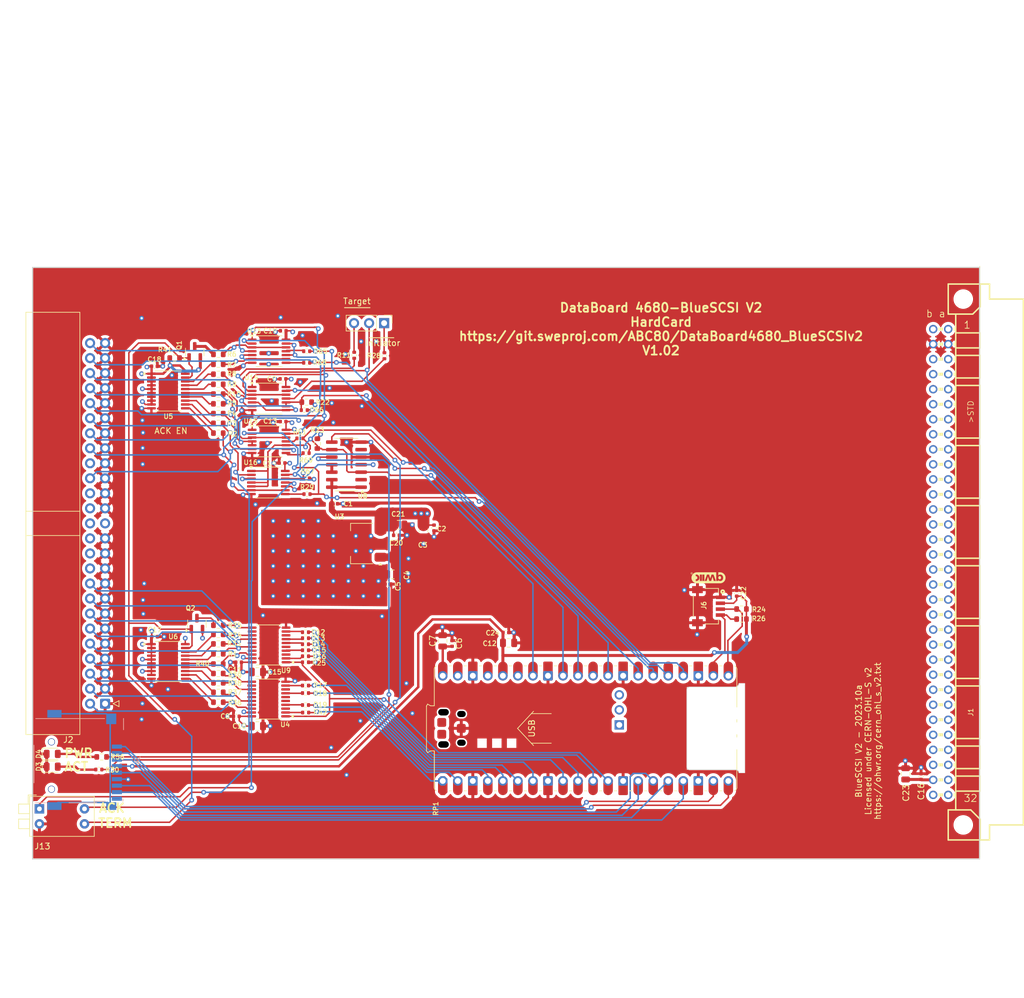
<source format=kicad_pcb>
(kicad_pcb
	(version 20241229)
	(generator "pcbnew")
	(generator_version "9.0")
	(general
		(thickness 1.6)
		(legacy_teardrops no)
	)
	(paper "A4")
	(title_block
		(title "4680-BlueSCSI V2")
		(date "2025-01-24")
		(rev "1.02")
		(company "SweProj.com")
	)
	(layers
		(0 "F.Cu" signal)
		(4 "In1.Cu" signal)
		(6 "In2.Cu" signal)
		(2 "B.Cu" signal)
		(9 "F.Adhes" user "F.Adhesive")
		(11 "B.Adhes" user "B.Adhesive")
		(13 "F.Paste" user)
		(15 "B.Paste" user)
		(5 "F.SilkS" user "F.Silkscreen")
		(7 "B.SilkS" user "B.Silkscreen")
		(1 "F.Mask" user)
		(3 "B.Mask" user)
		(17 "Dwgs.User" user "User.Drawings")
		(19 "Cmts.User" user "User.Comments")
		(21 "Eco1.User" user "User.Eco1")
		(23 "Eco2.User" user "User.Eco2")
		(25 "Edge.Cuts" user)
		(27 "Margin" user)
		(31 "F.CrtYd" user "F.Courtyard")
		(29 "B.CrtYd" user "B.Courtyard")
		(35 "F.Fab" user)
		(33 "B.Fab" user)
	)
	(setup
		(stackup
			(layer "F.SilkS"
				(type "Top Silk Screen")
			)
			(layer "F.Paste"
				(type "Top Solder Paste")
			)
			(layer "F.Mask"
				(type "Top Solder Mask")
				(thickness 0.01)
			)
			(layer "F.Cu"
				(type "copper")
				(thickness 0.035)
			)
			(layer "dielectric 1"
				(type "prepreg")
				(thickness 0.1)
				(material "FR4")
				(epsilon_r 4.5)
				(loss_tangent 0.02)
			)
			(layer "In1.Cu"
				(type "copper")
				(thickness 0.035)
			)
			(layer "dielectric 2"
				(type "core")
				(thickness 1.24)
				(material "FR4")
				(epsilon_r 4.5)
				(loss_tangent 0.02)
			)
			(layer "In2.Cu"
				(type "copper")
				(thickness 0.035)
			)
			(layer "dielectric 3"
				(type "prepreg")
				(thickness 0.1)
				(material "FR4")
				(epsilon_r 4.5)
				(loss_tangent 0.02)
			)
			(layer "B.Cu"
				(type "copper")
				(thickness 0.035)
			)
			(layer "B.Mask"
				(type "Bottom Solder Mask")
				(thickness 0.01)
			)
			(layer "B.Paste"
				(type "Bottom Solder Paste")
			)
			(layer "B.SilkS"
				(type "Bottom Silk Screen")
			)
			(copper_finish "None")
			(dielectric_constraints no)
		)
		(pad_to_mask_clearance 0)
		(allow_soldermask_bridges_in_footprints no)
		(tenting front back)
		(aux_axis_origin 100 63.8)
		(pcbplotparams
			(layerselection 0x00000000_00000000_55555555_5755f5ff)
			(plot_on_all_layers_selection 0x00000000_00000000_00000000_00000000)
			(disableapertmacros no)
			(usegerberextensions no)
			(usegerberattributes yes)
			(usegerberadvancedattributes yes)
			(creategerberjobfile yes)
			(dashed_line_dash_ratio 12.000000)
			(dashed_line_gap_ratio 3.000000)
			(svgprecision 6)
			(plotframeref no)
			(mode 1)
			(useauxorigin no)
			(hpglpennumber 1)
			(hpglpenspeed 20)
			(hpglpendiameter 15.000000)
			(pdf_front_fp_property_popups yes)
			(pdf_back_fp_property_popups yes)
			(pdf_metadata yes)
			(pdf_single_document no)
			(dxfpolygonmode yes)
			(dxfimperialunits yes)
			(dxfusepcbnewfont yes)
			(psnegative no)
			(psa4output no)
			(plot_black_and_white yes)
			(sketchpadsonfab no)
			(plotpadnumbers no)
			(hidednponfab no)
			(sketchdnponfab yes)
			(crossoutdnponfab yes)
			(subtractmaskfromsilk no)
			(outputformat 1)
			(mirror no)
			(drillshape 0)
			(scaleselection 1)
			(outputdirectory "gerber")
		)
	)
	(net 0 "")
	(net 1 "GND")
	(net 2 "+2V8")
	(net 3 "+5V")
	(net 4 "iATN")
	(net 5 "oIO")
	(net 6 "oREQ")
	(net 7 "oSEL")
	(net 8 "oBSY")
	(net 9 "SD_CLK")
	(net 10 "oCD_iSEL")
	(net 11 "ATN")
	(net 12 "BSY")
	(net 13 "DBP")
	(net 14 "ACK")
	(net 15 "RST")
	(net 16 "MSG")
	(net 17 "SEL")
	(net 18 "CD")
	(net 19 "REQ")
	(net 20 "IO")
	(net 21 "DB7")
	(net 22 "DB6")
	(net 23 "DB5")
	(net 24 "DB4")
	(net 25 "DB3")
	(net 26 "DB2")
	(net 27 "DB1")
	(net 28 "DB0")
	(net 29 "+3V3")
	(net 30 "oMSG_iBSY")
	(net 31 "+5F")
	(net 32 "SD_CMD_MOSI")
	(net 33 "DB4T")
	(net 34 "DB5T")
	(net 35 "DB6T")
	(net 36 "DB7T")
	(net 37 "DBPT")
	(net 38 "DB0T")
	(net 39 "DB1T")
	(net 40 "DB3T")
	(net 41 "DB2T")
	(net 42 "SD_D0_MISO")
	(net 43 "DBPTr")
	(net 44 "Net-(D3-A)")
	(net 45 "Net-(D4-A)")
	(net 46 "SD_D1")
	(net 47 "SD_D2")
	(net 48 "unconnected-(J2-Pin_22-Pad22)")
	(net 49 "unconnected-(J2-Pin_20-Pad20)")
	(net 50 "unconnected-(J2-Pin_25-Pad25)")
	(net 51 "SD_D3_CS")
	(net 52 "iRST")
	(net 53 "unconnected-(J2-Pin_24-Pad24)")
	(net 54 "iACK")
	(net 55 "unconnected-(J2-Pin_30-Pad30)")
	(net 56 "unconnected-(J2-Pin_28-Pad28)")
	(net 57 "unconnected-(J2-Pin_34-Pad34)")
	(net 58 "SCL")
	(net 59 "iSEL")
	(net 60 "TRM_ON_J")
	(net 61 "unconnected-(J4-SHIELD-Pad10)")
	(net 62 "unconnected-(J4-CD-Pad9)")
	(net 63 "unconnected-(U8-Pad2)")
	(net 64 "Net-(J10-Pin_3)")
	(net 65 "Net-(J10-Pin_1)")
	(net 66 "Net-(R56-Pad1)")
	(net 67 "Net-(U8-Pad11)")
	(net 68 "Net-(Q1-D)")
	(net 69 "iBSY")
	(net 70 "iCD")
	(net 71 "iMSG")
	(net 72 "iIO")
	(net 73 "oACK")
	(net 74 "iREQ")
	(net 75 "SDA")
	(net 76 "Net-(Q2-D)")
	(net 77 "Net-(U5-B8)")
	(net 78 "Net-(U5-B7)")
	(net 79 "Net-(U5-B6)")
	(net 80 "Net-(U5-B5)")
	(net 81 "Net-(U5-B1)")
	(net 82 "Net-(U5-B2)")
	(net 83 "Net-(U5-B3)")
	(net 84 "Net-(U5-B4)")
	(net 85 "Net-(RP1-G8)")
	(net 86 "Net-(RP1-G7)")
	(net 87 "Net-(RP1-G6)")
	(net 88 "Net-(RP1-G5)")
	(net 89 "Net-(RP1-G4)")
	(net 90 "Net-(RP1-G3)")
	(net 91 "!oBSY")
	(net 92 "Net-(RP1-G2)")
	(net 93 "Net-(RP1-G1)")
	(net 94 "Net-(RP1-G0)")
	(net 95 "Net-(RP1-G28)")
	(net 96 "unconnected-(RP1-ADC_VREF-Pad35)")
	(net 97 "unconnected-(RP1-3v3_EN-Pad37)")
	(net 98 "unconnected-(RP1-VSYS-Pad39)")
	(net 99 "unconnected-(RP1-RUN-Pad30)")
	(net 100 "unconnected-(U4-B5-Pad14)")
	(net 101 "unconnected-(U4-A5-Pad6)")
	(net 102 "USB_DM")
	(net 103 "USB_DP")
	(net 104 "ACKDr")
	(net 105 "Net-(R30-Pad1)")
	(net 106 "unconnected-(U8-Pad6)")
	(net 107 "unconnected-(U4-A2-Pad3)")
	(net 108 "unconnected-(U4-B4-Pad15)")
	(net 109 "unconnected-(U4-A7-Pad8)")
	(net 110 "unconnected-(U4-B2-Pad17)")
	(net 111 "unconnected-(U4-B7-Pad12)")
	(net 112 "unconnected-(U4-A4-Pad5)")
	(net 113 "unconnected-(U9-B7-Pad12)")
	(net 114 "unconnected-(U9-B4-Pad15)")
	(net 115 "unconnected-(U9-A2-Pad3)")
	(net 116 "unconnected-(U9-A7-Pad8)")
	(net 117 "unconnected-(U9-A4-Pad5)")
	(net 118 "unconnected-(U9-B2-Pad17)")
	(net 119 "unconnected-(J1-Pin_b9-PadB9)")
	(net 120 "unconnected-(J1-Pin_a26-PadA26)")
	(net 121 "unconnected-(J1-Pin_b18-PadB18)")
	(net 122 "unconnected-(J1-Pin_b4-PadB4)")
	(net 123 "unconnected-(J1-Pin_a28-PadA28)")
	(net 124 "unconnected-(J1-Pin_b3-PadB3)")
	(net 125 "unconnected-(J1-Pin_a19-PadA19)")
	(net 126 "unconnected-(J1-Pin_a8-PadA8)")
	(net 127 "unconnected-(J1-Pin_a17-PadA17)")
	(net 128 "unconnected-(J1-Pin_a9-PadA9)")
	(net 129 "unconnected-(J1-Pin_a22-PadA22)")
	(net 130 "unconnected-(J1-Pin_a30-PadA30)")
	(net 131 "unconnected-(J1-Pin_b12-PadB12)")
	(net 132 "unconnected-(J1-Pin_b23-PadB23)")
	(net 133 "unconnected-(J1-Pin_a27-PadA27)")
	(net 134 "unconnected-(J1-Pin_b11-PadB11)")
	(net 135 "unconnected-(J1-Pin_a5-PadA5)")
	(net 136 "unconnected-(J1-Pin_a3-PadA3)")
	(net 137 "unconnected-(J1-Pin_a10-PadA10)")
	(net 138 "unconnected-(J1-Pin_a4-PadA4)")
	(net 139 "unconnected-(J1-Pin_a13-PadA13)")
	(net 140 "unconnected-(J1-Pin_b26-PadB26)")
	(net 141 "unconnected-(J1-Pin_b20-PadB20)")
	(net 142 "unconnected-(J1-Pin_b22-PadB22)")
	(net 143 "unconnected-(J1-Pin_b28-PadB28)")
	(net 144 "unconnected-(J1-Pin_a15-PadA15)")
	(net 145 "unconnected-(J1-Pin_b19-PadB19)")
	(net 146 "unconnected-(J1-Pin_a7-PadA7)")
	(net 147 "unconnected-(J1-Pin_b6-PadB6)")
	(net 148 "unconnected-(J1-Pin_a12-PadA12)")
	(net 149 "unconnected-(J1-Pin_b25-PadB25)")
	(net 150 "unconnected-(J1-Pin_b30-PadB30)")
	(net 151 "unconnected-(J1-Pin_b1-PadB1)")
	(net 152 "unconnected-(J1-Pin_b21-PadB21)")
	(net 153 "unconnected-(J1-Pin_a25-PadA25)")
	(net 154 "unconnected-(J1-Pin_b29-PadB29)")
	(net 155 "unconnected-(J1-Pin_b17-PadB17)")
	(net 156 "unconnected-(J1-Pin_b7-PadB7)")
	(net 157 "unconnected-(J1-Pin_a18-PadA18)")
	(net 158 "unconnected-(J1-Pin_a20-PadA20)")
	(net 159 "unconnected-(J1-Pin_b15-PadB15)")
	(net 160 "unconnected-(J1-Pin_b32-PadB32)")
	(net 161 "unconnected-(J1-Pin_b8-PadB8)")
	(net 162 "unconnected-(J1-Pin_a6-PadA6)")
	(net 163 "unconnected-(J1-Pin_a23-PadA23)")
	(net 164 "unconnected-(J1-Pin_b27-PadB27)")
	(net 165 "unconnected-(J1-Pin_a1-PadA1)")
	(net 166 "unconnected-(J1-Pin_b13-PadB13)")
	(net 167 "unconnected-(J1-Pin_b16-PadB16)")
	(net 168 "unconnected-(J1-Pin_a14-PadA14)")
	(net 169 "unconnected-(J1-Pin_b5-PadB5)")
	(net 170 "unconnected-(J1-Pin_a32-PadA32)")
	(net 171 "unconnected-(J1-Pin_b10-PadB10)")
	(net 172 "unconnected-(J1-Pin_a16-PadA16)")
	(net 173 "unconnected-(J1-Pin_b14-PadB14)")
	(net 174 "unconnected-(J1-Pin_a11-PadA11)")
	(net 175 "unconnected-(J1-Pin_a21-PadA21)")
	(net 176 "unconnected-(J1-Pin_b24-PadB24)")
	(net 177 "unconnected-(J1-Pin_a29-PadA29)")
	(net 178 "unconnected-(J1-Pin_a24-PadA24)")
	(net 179 "Net-(U6-B3)")
	(net 180 "Net-(U6-B2)")
	(net 181 "Net-(U6-B1)")
	(net 182 "Net-(U6-B8)")
	(net 183 "Net-(U6-B7)")
	(net 184 "Net-(U6-B6)")
	(net 185 "Net-(U6-B5)")
	(net 186 "Net-(U6-B4)")
	(net 187 "unconnected-(RP1-ADC_VREF-Pad35)_1")
	(net 188 "unconnected-(RP1-VSYS-Pad39)_1")
	(net 189 "unconnected-(RP1-3v3_EN-Pad37)_1")
	(net 190 "unconnected-(RP1-RUN-Pad30)_1")
	(footprint "Capacitor_SMD:C_0805_2012Metric" (layer "F.Cu") (at 146.05 104.521 -90))
	(footprint "Capacitor_SMD:C_0805_2012Metric" (layer "F.Cu") (at 140.848 111.887))
	(footprint "Package_TO_SOT_SMD:SOT-223-3_TabPin2" (layer "F.Cu") (at 135.636 106.68 180))
	(footprint "Capacitor_SMD:C_0402_1005Metric" (layer "F.Cu") (at 131.036 99.949))
	(footprint "Capacitor_SMD:C_0402_1005Metric" (layer "F.Cu") (at 147.828 104.041 -90))
	(footprint "Capacitor_SMD:C_0402_1005Metric" (layer "F.Cu") (at 140.053 113.538))
	(footprint "Capacitor_SMD:C_0805_2012Metric" (layer "F.Cu") (at 160.4264 123.4694))
	(footprint "Resistor_SMD:R_0402_1005Metric" (layer "F.Cu") (at 126.1384 135.255 180))
	(footprint "Resistor_SMD:R_0603_1608Metric" (layer "F.Cu") (at 91.6686 142.748 180))
	(footprint "Resistor_SMD:R_0402_1005Metric" (layer "F.Cu") (at 125.9078 84.1248 180))
	(footprint "Resistor_SMD:R_0402_1005Metric" (layer "F.Cu") (at 91.186 144.8816 180))
	(footprint "Package_TO_SOT_SMD:SOT-23" (layer "F.Cu") (at 107.3912 74.2927 90))
	(footprint "Resistor_SMD:R_0603_1608Metric" (layer "F.Cu") (at 111.3793 128.6486))
	(footprint "Capacitor_SMD:C_0402_1005Metric" (layer "F.Cu") (at 100.612 122.428))
	(footprint "Resistor_SMD:R_0402_1005Metric" (layer "F.Cu") (at 126.113 125.73 180))
	(footprint "Resistor_SMD:R_0603_1608Metric" (layer "F.Cu") (at 111.379 84.709))
	(footprint "Capacitor_SMD:C_0402_1005Metric" (layer "F.Cu") (at 230.124 146.078 -90))
	(footprint "Resistor_SMD:R_0603_1608Metric" (layer "F.Cu") (at 199.788741 117.752345))
	(footprint "Resistor_SMD:R_0402_1005Metric" (layer "F.Cu") (at 126.2614 95.6564))
	(footprint "Connector_IDC:IDC-Header_2x25_P2.54mm_Horizontal" (layer "F.Cu") (at 92.25 133.75 180))
	(footprint "Resistor_SMD:R_0603_1608Metric" (layer "F.Cu") (at 111.3793 123.6448))
	(footprint "Package_SO:TSSOP-20_4.4x6.5mm_P0.65mm" (layer "F.Cu") (at 102.9385 80.895))
	(footprint "Resistor_SMD:R_0603_1608Metric" (layer "F.Cu") (at 111.3831 133.5))
	(footprint "Resistor_SMD:R_0603_1608Metric" (layer "F.Cu") (at 111.379 83.058))
	(footprint "Package_SO:TSSOP-14_4.4x5mm_P0.65mm" (layer "F.Cu") (at 119.9565 82.169))
	(footprint "BlackSASI:FAB64Q"
		(layer "F.Cu")
		(uuid "26208410-b861-443a-96ab-4be8c1b4e911")
		(at 237.25 109.8)
		(descr "<b>DIN 41612 CONNECTOR</b>\n<p>\nMale, 64 pins, type B, rows ab, grid 2.54 mm<br />\nFemale, 64 bits, type Q, rows ab, grid 2.54 mm<br />\nB mates with Q, but pin numbers reversed\n</p>")
		(property "Reference" "J1"
			(at 1.27 25.4 90)
			(layer "F.SilkS")
			(uuid "13087239-ed6a-43c7-b15a-24cec44e09eb")
			(effects
				(font
					(size 0.8 0.8)
					(thickness 0.12065)
				)
			)
		)
		(property "Value" "Conn_02x32_Row_Letter_First"
			(at 1.27 5.1054 90)
			(layer "F.Fab")
			(uuid "6247e465-381f-4619-8f0a-f9e43208278e")
			(effects
				(font
					(size 1.2065 1.2065)
					(thickness 0.12065)
				)
			)
		)
		(property "Datasheet" ""
			(at 0 0 0)
			(layer "F.Fab")
			(hide yes)
			(uuid "20ec8b47-169f-427a-a1cf-5fdfef213965")
			(effects
				(font
					(size 1.27 1.27)
					(thickness 0.15)
				)
			)
		)
		(property "Description" "Generic connector, double row, 02x32, row letter first pin numbering scheme (pin number consists of a letter for the row and a number for the pin index in this row. a1, ..., aN; b1, ..., bN), script generated (kicad-library-utils/schlib/autogen/connector/)"
			(at 0 0 0)
			(layer "F.Fab")
			(hide yes)
			(uuid "f08dad7b-b8e7-42e9-9ba5-c348c261e890")
			(effects
				(font
					(size 1.27 1.27)
					(thickness 0.15)
				)
			)
		)
		(property "JLC Part#" ""
			(at 0 0 0)
			(unlocked yes)
			(layer "F.Fab")
			(hide yes)
			(uuid "19db3a7e-b123-427f-a3fd-8724e1b058f8")
			(effects
				(font
					(size 1 1)
					(thickness 0.15)
				)
			)
		)
		(property ki_fp_filters "Connector*:*_2x??_*")
		(path "/f03a5fc0-9798-4033-842c-4371c8fa3a63/0da800b7-5ded-4613-a609-6dc6dede600b")
		(sheetname "SCSI_And_Power")
		(sheetfile "SCSI_And_Power.kicad_sch")
		(attr through_hole)
		(fp_line
			(start -2.54 -46.99)
			(end -2.54 -41.91)
			(stroke
				(width 0.254)
				(type solid)
			)
			(layer "F.SilkS")
			(uuid "7fe355ae-2b60-419b-8ca9-7b773909a919")
		)
		(fp_line
			(start -2.54 -41.91)
			(end -1.27 -41.91)
			(stroke
				(width 0.254)
				(type solid)
			)
			(layer "F.SilkS")
			(uuid "ca1eea0f-6eec-4e05-80d6-f9e06a356ad1")
		)
		(fp_line
			(start -2.54 41.91)
			(end -2.54 46.99)
			(stroke
				(width 0.254)
				(type solid)
			)
			(layer "F.SilkS")
			(uuid "747409f7-f7e6-403b-8eb1-5e72662ec4c1")
		)
		(fp_line
			(start -2.54 41.91)
			(end -1.27 41.91)
			(stroke
				(width 0.254)
				(type solid)
			)
			(layer "F.SilkS")
			(uuid "9d42bcf1-305e-4df9-9642-4a9807f0269d")
		)
		(fp_line
			(start -2.54 46.99)
			(end 2.8702 46.99)
			(stroke
				(width 0.254)
				(type solid)
			)
			(layer "F.SilkS")
			(uuid "3e519f2c-1d97-4dc1-b426-e217a2f6715a")
		)
		(fp_line
			(start -1.27 -41.91)
			(end -1.27 -38.735)
			(stroke
				(width 0.254)
				(type solid)
			)
			(layer "F.SilkS")
			(uuid "c29f44a0-7057-40a5-8b1b-3f708fc410d9")
		)
		(fp_line
			(start -1.27 -41.91)
			(end 1.6002 -41.91)
			(stroke
				(width 0.254)
				(type solid)
			)
			(layer "F.SilkS")
			(uuid "5e33f08f-357a-45af-be65-18a5f560d149")
		)
		(fp_line
			(start -1.27 -38.735)
			(end -1.27 -36.195)
			(stroke
				(width 0.254)
				(type solid)
			)
			(layer "F.SilkS")
			(uuid "a8d1c501-979d-45c0-a2d5-c4c5b1bffe42")
		)
		(fp_line
			(start -1.27 -36.195)
			(end -1.27 -34.925)
			(stroke
				(width 0.254)
				(type solid)
			)
			(layer "F.SilkS")
			(uuid "f1031821-08fa-43c6-a8ec-9ad6491f88ee")
		)
		(fp_line
			(start -1.27 -34.925)
			(end -1.27 -31.115)
			(stroke
				(width 0.254)
				(type solid)
			)
			(layer "F.SilkS")
			(uuid "9a4aa2cb-8636-47b9-9dc5-22e90707da90")
		)
		(fp_line
			(start -1.27 -31.115)
			(end -1.27 -29.845)
			(stroke
				(width 0.254)
				(type solid)
			)
			(layer "F.SilkS")
			(uuid "14b5d4bd-ef60-445b-9e3a-ff45b7e111f5")
		)
		(fp_line
			(start -1.27 -29.845)
			(end -1.27 -20.955)
			(stroke
				(width 0.254)
				(type solid)
			)
			(layer "F.SilkS")
			(uuid "020b770c-6288-4c35-a64d-cff6006c4bd6")
		)
		(fp_line
			(start -1.27 -20.955)
			(end -1.27 -19.685)
			(stroke
				(width 0.254)
				(type solid)
			)
			(layer "F.SilkS")
			(uuid "2a344c93-ff9a-4149-8601-597681d1c130")
		)
		(fp_line
			(start -1.27 -19.685)
			(end -1.27 -10.795)
			(stroke
				(width 0.254)
				(type solid)
			)
			(layer "F.SilkS")
			(uuid "3551ea3d-4a5a-4e7a-a9d1-e6cead56cfad")
		)
		(fp_line
			(start -1.27 -10.795)
			(end -1.27 -9.525)
			(stroke
				(width 0.254)
				(type solid)
			)
			(layer "F.SilkS")
			(uuid "c742c6fa-fe37-41fd-aa9c-94d9784ff366")
		)
		(fp_line
			(start -1.27 -9.525)
			(end -1.27 -0.635)
			(stroke
				(width 0.254)
				(type solid)
			)
			(layer "F.SilkS")
			(uuid "40802b4a-bde8-4270-b283-d48de14e2940")
		)
		(fp_line
			(start -1.27 -0.635)
			(end -1.27 0.635)
			(stroke
				(width 0.254)
				(type solid)
			)
			(layer "F.SilkS")
			(uuid "7e5e78a6-db3e-4d72-adea-da016d8b50b7")
		)
		(fp_line
			(start -1.27 0.635)
			(end -1.27 9.525)
			(stroke
				(width 0.254)
				(type solid)
			)
			(layer "F.SilkS")
			(uuid "ea9317b7-fbb6-45ef-9734-2d7e2d0c1c4b")
		)
		(fp_line
			(start -1.27 9.525)
			(end -1.27 10.795)
			(stroke
				(width 0.254)
				(type solid)
			)
			(layer "F.SilkS")
			(uuid "6ef6cc35-22ff-456b-b5ca-3e8989abc4aa")
		)
		(fp_line
			(start -1.27 10.795)
			(end -1.27 19.685)
			(stroke
				(width 0.254)
				(type solid)
			)
			(layer "F.SilkS")
			(uuid "c0acbf16-6105-4222-82c0-f139af1464df")
		)
		(fp_line
			(start -1.27 19.685)
			(end -1.27 20.955)
			(stroke
				(width 0.254)
				(type solid)
			)
			(layer "F.SilkS")
			(uuid "ca96b7e3-84a6-425e-99c0-0ce1c647a6e8")
		)
		(fp_line
			(start -1.27 20.955)
			(end -1.27 29.845)
			(stroke
				(width 0.254)
				(type solid)
			)
			(layer "F.SilkS")
			(uuid "330dbb8a-4b18-4a61-a1f3-037b91e215dc")
		)
		(fp_line
			(start -1.27 29.845)
			(end -1.27 31.115)
			(stroke
				(width 0.254)
				(type solid)
			)
			(layer "F.SilkS")
			(uuid "5fdf6a28-2b27-4159-81b7-ece58a025484")
		)
		(fp_line
			(start -1.27 31.115)
			(end -1.27 34.925)
			(stroke
				(width 0.254)
				(type solid)
			)
			(layer "F.SilkS")
			(uuid "a8229095-8e57-453a-8daa-5478505adf88")
		)
		(fp_line
			(start -1.27 34.925)
			(end -1.27 36.195)
			(stroke
				(width 0.254)
				(type solid)
			)
			(layer "F.SilkS")
			(uuid "9c3dcb23-dd18-4d3b-b295-374cc9954177")
		)
		(fp_line
			(start -1.27 36.195)
			(end -1.27 38.735)
			(stroke
				(width 0.254)
				(type solid)
			)
			(layer "F.SilkS")
			(uuid "11cd697a-6a19-477f-9092-fa42d0667cb8")
		)
		(fp_line
			(start -1.27 38.735)
			(end -1.27 41.91)
			(stroke
				(width 0.254)
				(type solid)
			)
			(layer "F.SilkS")
			(uuid "9b79be80-9070-4cf0-9b6c-38c0df5055cf")
		)
		(fp_line
			(start -1.27 41.91)
			(end 1.27 41.91)
			(stroke
				(width 0.254)
				(type solid)
			)
			(layer "F.SilkS")
			(uuid "1c46a719-d2b7-48f8-8b81-4ec08943bb79")
		)
		(fp_line
			(start 1.6002 -41.91)
			(end 2.8702 -43.18)
			(stroke
				(width 0.254)
				(type solid)
			)
			(layer "F.SilkS")
			(uuid "3c7a5e40-d751-48d1-9673-51392235952d")
		)
		(fp_line
			(start 2.794 -38.735)
			(end -1.27 -38.735)
			(stroke
				(width 0.254)
				(type solid)
			)
			(layer "F.SilkS")
			(uuid "68ca1535-9261-4efd-ad33-3c9298c72c97")
		)
		(fp_line
			(start 2.794 -38.735)
			(end 2.794 -36.195)
			(stroke
				(width 0.254)
				(type solid)
			)
			(layer "F.SilkS")
			(uuid "93d99937-4db7-46c9-a190-ef6e94f0e64e")
		)
		(fp_line
			(start 2.794 -36.195)
			(end -1.27 -36.195)
			(stroke
				(width 0.254)
				(type solid)
			)
			(layer "F.SilkS")
			(uuid "0bddc830-6382-4a58-acc2-8bbe88aedcbd")
		)
		(fp_line
			(start 2.794 -34.925)
			(end -1.27 -34.925)
			(stroke
				(width 0.254)
				(type solid)
			)
			(layer "F.SilkS")
			(uuid "55824bad-f6dc-45d6-9473-ae95904cd953")
		)
		(fp_line
			(start 2.794 -34.925)
			(end 2.794 -31.115)
			(stroke
				(width 0.254)
				(type solid)
			)
			(layer "F.SilkS")
			(uuid "013d383d-67b6-40f0-a5e6-8e72efd64702")
		)
		(fp_line
			(start 2.794 -31.115)
			(end -1.27 -31.115)
			(stroke
				(width 0.254)
				(type solid)
			)
			(layer "F.SilkS")
			(uuid "6cdb74f4-6802-4a22-b292-4f763b027661")
		)
		(fp_line
			(start 2.794 -29.845)
			(end -1.27 -29.845)
			(stroke
				(width 0.254)
				(type solid)
			)
			(layer "F.SilkS")
			(uuid "6d195c0a-c6b4-43ec-9385-cc27946e430f")
		)
		(fp_line
			(start 2.794 -29.845)
			(end 2.794 -20.955)
			(stroke
				(width 0.254)
				(type solid)
			)
			(layer "F.SilkS")
			(uuid "6c872904-2ec4-45bc-ab7f-1f7ec00fde5a")
		)
		(fp_line
			(start 2.794 -20.955)
			(end -1.27 -20.955)
			(stroke
				(width 0.254)
				(type solid)
			)
			(layer "F.SilkS")
			(uuid "689f1c0b-2b17-441f-8c9e-39f6ffbf693a")
		)
		(fp_line
			(start 2.794 -19.685)
			(end -1.27 -19.685)
			(stroke
				(width 0.254)
				(type solid)
			)
			(layer "F.SilkS")
			(uuid "24bb3102-572c-4d1c-9d25-68b2681b9739")
		)
		(fp_line
			(start 2.794 -19.685)
			(end 2.794 -10.795)
			(stroke
				(width 0.254)
				(type solid)
			)
			(layer "F.SilkS")
			(uuid "e2118888-8a24-4b1b-ab1d-84b68ac0f39a")
		)
		(fp_line
			(start 2.794 -10.795)
			(end -1.27 -10.795)
			(stroke
				(width 0.254)
				(type solid)
			)
			(layer "F.SilkS")
			(uuid "3fc71316-f997-4172-80b6-37c595c434cf")
		)
		(fp_line
			(start 2.794 -9.525)
			(end -1.27 -9.525)
			(stroke
				(width 0.254)
				(type solid)
			)
			(layer "F.SilkS")
			(uuid "61ccc254-1e50-4750-8b03-738a1ac652a4")
		)
		(fp_line
			(start 2.794 -9.525)
			(end 2.794 -0.635)
			(stroke
				(width 0.254)
				(type solid)
			)
			(layer "F.SilkS")
			(uuid "52a6bcc5-3aaf-4952-bad4-efc5c1b55344")
		)
		(fp_line
			(start 2.794 -0.635)
			(end -1.27 -0.635)
			(stroke
				(width 0.254)
				(type solid)
			)
			(layer "F.SilkS")
			(uuid "e83e3a9f-7c28-4fec-b426-63f479d77671")
		)
		(fp_line
			(start 2.794 0.635)
			(end -1.27 0.635)
			(stroke
				(width 0.254)
				(type solid)
			)
			(layer "F.SilkS")
			(uuid "92a2884d-a2bf-4eb4-a201-06aa63c126de")
		)
		(fp_line
			(start 2.794 0.635)
			(end 2.794 9.525)
			(stroke
				(width 0.254)
				(type solid)
			)
			(layer "F.SilkS")
			(uuid "b8574c7f-c44e-4fec-a696-ff4dbee517b5")
		)
		(fp_line
			(start 2.794 9.525)
			(end -1.27 9.525)
			(stroke
				(width 0.254)
				(type solid)
			)
			(layer "F.SilkS")
			(uuid "c46228b6-7b29-4579-a7ee-4c8152738428")
		)
		(fp_line
			(start 2.794 10.795)
			(end -1.27 10.795)
			(stroke
				(width 0.254)
				(type solid)
			)
			(layer "F.SilkS")
			(uuid "de80f79b-4205-4091-8116-30e6df6c0c1a")
		)
		(fp_line
			(start 2.794 10.795)
			(end 2.794 19.685)
			(stroke
				(width 0.254)
				(type solid)
			)
			(layer "F.SilkS")
			(uuid "05627e56-bbdf-4ee4-8bdb-2e5ebc14362e")
		)
		(fp_line
			(start 2.794 19.685)
			(end -1.27 19.685)
			(stroke
				(width 0.254)
				(type solid)
			)
			(layer "F.SilkS")
			(uuid "2b1fe4c1-610a-4cf2-8968-98e3f8f2297e")
		)
		(fp_line
			(start 2.794 20.955)
			(end -1.27 20.955)
			(stroke
				(width 0.254)
				(type solid)
			)
			(layer "F.SilkS")
			(uuid "3e3a18aa-eed5-4fa4-a364-5f1d07cb675b")
		)
		(fp_line
			(start 2.794 20.955)
			(end 2.794 29.845)
			(stroke
				(width 0.254)
				(type solid)
			)
			(layer "F.SilkS")
			(uuid "543e681b-53f9-4210-b717-ffc7b9d635af")
		)
		(fp_line
			(start 2.794 29.845)
			(end -1.27 29.845)
			(stroke
				(width 0.254)
				(type solid)
			)
			(layer "F.SilkS")
			(uuid "e7c3cca8-c65f-4cd8-8196-7c1dfd0377d8")
		)
		(fp_line
			(start 2.794 31.115)
			(end -1.27 31.115)
			(stroke
				(width 0.254)
				(type solid)
			)
			(layer "F.SilkS")
			(uuid "9497d1cb-95d7-4aa0-a530-4be000a8cc0d")
		)
		(fp_line
			(start 2.794 31.115)
			(end 2.794 34.925)
			(stroke
				(width 0.254)
				(type solid)
			)
			(layer "F.SilkS")
			(uuid "45eb00da-c09d-473a-bd8d-3cb78bb74aa9")
		)
		(fp_line
			(start 2.794 34.925)
			(end -1.27 34.925)
			(stroke
				(width 0.254)
				(type solid)
			)
			(layer "F.SilkS")
			(uuid "e0edd9a1-59d1-44b0-bb94-d6d8239984c3")
		)
		(fp_line
			(start 2.794 36.195)
			(end -1.27 36.195)
			(stroke
				(width 0.254)
				(type solid)
			)
			(layer "F.SilkS")
			(uuid "f2896169-8e41-4390-a888-a9e7a65ef6d5")
		)
		(fp_line
			(start 2.794 36.195)
			(end 2.794 38.735)
			(stroke
				(width 0.254)
				(type solid)
			)
			(layer "F.SilkS")
			(uuid "373eec37-a790-4669-8468-ce8556bad29b")
		)
		(fp_line
			(start 2.794 38.735)
			(end -1.27 38.735)
			(stroke
				(width 0.254)
				(type solid)
			)
			(layer "F.SilkS")
			(uuid "5fe06bb1-21c5-4f09-ba32-4f43d333198b")
		)
		(fp_line
			(start 2.794 50.0126)
			(end 2.794 -50.0126)
			(stroke
				(width 0.12)
				(type solid)
			)
			(layer "F.SilkS")
			(uuid "2f6da1a4-b087-474f-899c-9c0f0d191682")
		)
		(fp_line
			(start 2.8702 -46.99)
			(end -2.54 -46.99)
			(stroke
				(width 0.254)
				(type solid)
			)
			(layer "F.SilkS")
			(uuid "e087bc04-9ed9-44d3-9eee-6b1506d90c16")
		)
		(fp_line
			(start 2.8702 -43.18)
			(end 2.8702 -46.99)
			(stroke
				(width 0.254)
				(type solid)
			)
			(layer "F.SilkS")
			(uuid "e45100a3-ad86-44da-9755-4bd83fc098a3")
		)
		(fp_line
			(start 2.8702 43.5102)
			(end 1.27 41.91)
			(stroke
				(width 0.254)
				(type solid)
			)
			(layer "F.SilkS")
			(uuid "2038847f-e0e4-4fa9-b5a7-0fa481e0c396")
		)
		(fp_line
			(start 2.8702 43.5102)
			(end 2.8702 46.99)
			(stroke
				(width 0.254)
				(type solid)
			)
			(layer "F.SilkS")
			(uuid "a7e6f98d-c6e0-4296-b20e-2e55d4ce2492")
		)
		(fp_line
			(start 2.8702 46.99)
			(end 4.445 46.99)
			(stroke
				(width 0.254)
				(type solid)
			)
			(layer "F.SilkS")
			(uuid "2e6df4de-7da2-488f-a682-d2816290f0e5")
		)
		(fp_line
			(start 4.445 -46.99)
			(end 2.8702 -46.99)
			(stroke
				(width 0.254)
				(type solid)
			)
			(layer "F.SilkS")
			(uuid "a5cff852-192d-4a28-8ee3-35be4d64236e")
		)
		(fp_line
			(start 4.445 -44.45)
			(end 4.445 -46.99)
			(stroke
				(width 0.254)
				(type solid)
			)
			(layer "F.SilkS")
			(uuid "c1ba7f98-1abb-458b-89ea-8ab8853b1e3a")
		)
		(fp_line
			(start 4.445 44.45)
			(end 10.16 44.45)
			(stroke
				(width 0.254)
				(type solid)
			)
			(layer "F.SilkS")
			(uuid "bf3a9abd-cc45-443e-b159-9c0020e2dd45")
		)
		(fp_line
			(start 4.445 46.99)
			(end 4.445 44.45)
			(stroke
				(width 0.254)
				(type solid)
			)
			(layer "F.SilkS")
			(uuid "4845cc1e-fbe1-4db1-8065-b3a59339efc6")
		)
		(fp_line
			(start 10.16 -44.45)
			(end 4.445 -44.45)
			(stroke
				(width 0.254)
				(type solid)
			)
			(layer "F.SilkS")
			(uuid "57f0b5f6-945b-433b-b255-94845596ec53")
		)
		(fp_line
			(start 10.16 44.45)
			(end 10.16 -44.45)
			(stroke
				(width 0.254)
				(type solid)
			)
			(layer "F.SilkS")
			(uuid "abc8892c-a38a-474c-9383-5712a75279f8")
		)
		(fp_circle
			(center 0 -44.45)
			(end 1.27 -44.45)
			(stroke
				(width 0.254)
				(type solid)
			)
			(fill no)
			(layer "F.SilkS")
			(uuid "0384e95f-b817-4fce-b670-596013b251c1")
		)
		(fp_circle
			(center 0 44.45)
			(end 1.27 44.45)
			(stroke
				(width 0.254)
				(type solid)
			)
			(fill no)
			(layer "F.SilkS")
			(uuid "bc197296-be97-4188-b31a-4765fffc8da7")
		)
		(fp_poly
			(pts
				(xy -4.191 -39.116) (xy -3.429 -39.116) (xy -3.429 -39.624) (xy -4.191 -39.624)
			)
			(stroke
				(width 0)
				(type solid)
			)
			(fill yes)
			(layer "F.SilkS")
			(uuid "cfed0a5a-e5a1-4ecb-9ac3-fa0b53f6680f")
		)
		(fp_poly
			(pts
				(xy -4.191 -36.576) (xy -3.429 -36.576) (xy -3.429 -37.084) (xy -4.191 -37.084)
			)
			(stroke
				(width 0)
				(type solid)
			)
			(fill yes)
			(layer "F.SilkS")
			(uuid "fff05cc0-bc44-495a-acd4-e1c850513e5d")
		)
		(fp_poly
			(pts
				(xy -4.191 -34.036) (xy -3.429 -34.036) (xy -3.429 -34.544) (xy -4.191 -34.544)
			)
			(stroke
				(width 0)
				(type solid)
			)
			(fill yes)
			(layer "F.SilkS")
			(uuid "756bc392-a319-41f8-949a-44f46ce46f59")
		)
		(fp_poly
			(pts
				(xy -4.191 -31.496) (xy -3.429 -31.496) (xy -3.429 -32.004) (xy -4.191 -32.004)
			)
			(stroke
				(width 0)
				(type solid)
			)
			(fill yes)
			(layer "F.SilkS")
			(uuid "54c521e8-670b-4b3e-a5d6-1934970a1771")
		)
		(fp_poly
			(pts
				(xy -4.191 -28.956) (xy -3.429 -28.956) (xy -3.429 -29.464) (xy -4.191 -29.464)
			)
			(stroke
				(width 0)
				(type solid)
			)
			(fill yes)
			(layer "F.SilkS")
			(uuid "23c9f790-0f57-4ec9-8cce-601fd01800c2")
		)
		(fp_poly
			(pts
				(xy -4.191 -26.416) (xy -3.429 -26.416) (xy -3.429 -26.924) (xy -4.191 -26.924)
			)
			(stroke
				(width 0)
				(type solid)
			)
			(fill yes)
			(layer "F.SilkS")
			(uuid "4a797197-9f15-4c65-8c33-433987a8ad6e")
		)
		(fp_poly
			(pts
				(xy -4.191 -23.876) (xy -3.429 -23.876) (xy -3.429 -24.384) (xy -4.191 -24.384)
			)
			(stroke
				(width 0)
				(type solid)
			)
			(fill yes)
			(layer "F.SilkS")
			(uuid "9a598164-3961-4fa6-a42c-aae4a22bda37")
		)
		(fp_poly
			(pts
				(xy -4.191 -21.336) (xy -3.429 -21.336) (xy -3.429 -21.844) (xy -4.191 -21.844)
			)
			(stroke
				(width 0)
				(type solid)
			)
			(fill yes)
			(layer "F.SilkS")
			(uuid "b03c16e8-1399-487b-8c1a-3e40a9372f1f")
		)
		(fp_poly
			(pts
				(xy -4.191 -18.796) (xy -3.429 -18.796) (xy -3.429 -19.304) (xy -4.191 -19.304)
			)
			(stroke
				(width 0)
				(type solid)
			)
			(fill yes)
			(layer "F.SilkS")
			(uuid "5c556d2c-ea83-49a3-a433-d9915ce5722f")
		)
		(fp_poly
			(pts
				(xy -4.191 -16.256) (xy -3.429 -16.256) (xy -3.429 -16.764) (xy -4.191 -16.764)
			)
			(stroke
				(width 0)
				(type solid)
			)
			(fill yes)
			(layer "F.SilkS")
			(uuid "1ad594cd-9d37-4030-91fc-d33c511b04ad")
		)
		(fp_poly
			(pts
				(xy -4.191 -13.716) (xy -3.429 -13.716) (xy -3.429 -14.224) (xy -4.191 -14.224)
			)
			(stroke
				(width 0)
				(type solid)
			)
			(fill yes)
			(layer "F.SilkS")
			(uuid "fd6e869f-ff83-4e3d-90e2-3215758f2ba6")
		)
		(fp_poly
			(pts
				(xy -4.191 -11.176) (xy -3.429 -11.176) (xy -3.429 -11.684) (xy -4.191 -11.684)
			)
			(stroke
				(width 0)
				(type solid)
			)
			(fill yes)
			(layer "F.SilkS")
			(uuid "0df4f498-a6f0-4536-966c-94c2816936c5")
		)
		(fp_poly
			(pts
				(xy -4.191 -8.636) (xy -3.429 -8.636) (xy -3.429 -9.144) (xy -4.191 -9.144)
			)
			(stroke
				(width 0)
				(type solid)
			)
			(fill yes)
			(layer "F.SilkS")
			(uuid "ec4ab9eb-a71a-45bf-94a4-4084a4073678")
		)
		(fp_poly
			(pts
				(xy -4.191 -6.096) (xy -3.429 -6.096) (xy -3.429 -6.604) (xy -4.191 -6.604)
			)
			(stroke
				(width 0)
				(type solid)
			)
			(fill yes)
			(layer "F.SilkS")
			(uuid "46da58b4-4f1a-4336-94fb-4e57e3630de0")
		)
		(fp_poly
			(pts
				(xy -4.191 -3.556) (xy -3.429 -3.556) (xy -3.429 -4.064) (xy -4.191 -4.064)
			)
			(stroke
				(width 0)
				(type solid)
			)
			(fill yes)
			(layer "F.SilkS")
			(uuid "33c6b068-8e36-4b9b-9c97-9e20eb62cff6")
		)
		(fp_poly
			(pts
				(xy -4.191 -1.016) (xy -3.429 -1.016) (xy -3.429 -1.524) (xy -4.191 -1.524)
			)
			(stroke
				(width 0)
				(type solid)
			)
			(fill yes)
			(layer "F.SilkS")
			(uuid "b156e0ef-0309-4b15-9bda-f56a1ef37688")
		)
		(fp_poly
			(pts
				(xy -4.191 1.524) (xy -3.429 1.524) (xy -3.429 1.016) (xy -4.191 1.016)
			)
			(stroke
				(width 0)
				(type solid)
			)
			(fill yes)
			(layer "F.SilkS")
			(uuid "663b9166-8708-4062-b82f-89a4d86c247b")
		)
		(fp_poly
			(pts
				(xy -4.191 4.064) (xy -3.429 4.064) (xy -3.429 3.556) (xy -4.191 3.556)
			)
			(stroke
				(width 0)
				(type solid)
			)
			(fill yes)
			(layer "F.SilkS")
			(uuid "26ee9e88-eb4b-48a6-b3fd-20316d735a03")
		)
		(fp_poly
			(pts
				(xy -4.191 6.604) (xy -3.429 6.604) (xy -3.429 6.096) (xy -4.191 6.096)
			)
			(stroke
				(width 0)
				(type solid)
			)
			(fill yes)
			(layer "F.SilkS")
			(uuid "5bd22dfd-4066-4e94-b273-69eb096a7940")
		)
		(fp_poly
			(pts
				(xy -4.191 9.144) (xy -3.429 9.144) (xy -3.429 8.636) (xy -4.191 8.636)
			)
			(stroke
				(width 0)
				(type solid)
			)
			(fill yes)
			(layer "F.SilkS")
			(uuid "f56b86f4-b0c0-42f8-839a-0bd677a77e23")
		)
		(fp_poly
			(pts
				(xy -4.191 11.684) (xy -3.429 11.684) (xy -3.429 11.176) (xy -4.191 11.176)
			)
			(stroke
				(width 0)
				(type solid)
			)
			(fill yes)
			(layer "F.SilkS")
			(uuid "9f64ab02-b0bd-4902-9062-503b70213721")
		)
		(fp_poly
			(pts
				(xy -4.191 14.224) (xy -3.429 14.224) (xy -3.429 13.716) (xy -4.191 13.716)
			)
			(stroke
				(width 0)
				(type solid)
			)
			(fill yes)
			(layer "F.SilkS")
			(uuid "0b1cdcc7-c7da-445d-9cbf-8fd33cc042b2")
		)
		(fp_poly
			(pts
				(xy -4.191 16.764) (xy -3.429 16.764) (xy -3.429 16.256) (xy -4.191 16.256)
			)
			(stroke
				(width 0)
				(type solid)
			)
			(fill yes)
			(layer "F.SilkS")
			(uuid "2c050c16-48fc-457f-b017-34af5c29b51b")
		)
		(fp_poly
			(pts
				(xy -4.191 19.304) (xy -3.429 19.304) (xy -3.429 18.796) (xy -4.191 18.796)
			)
			(stroke
				(width 0)
				(type solid)
			)
			(fill yes)
			(layer "F.SilkS")
			(uuid "ba535179-8df8-4d67-84a8-fa4cb0f064de")
		)
		(fp_poly
			(pts
				(xy -4.191 21.844) (xy -3.429 21.844) (xy -3.429 21.336) (xy -4.191 21.336)
			)
			(stroke
				(width 0)
				(type solid)
			)
			(fill yes)
			(layer "F.SilkS")
			(uuid "243698c6-e129-4b49-ac38-d8dd615f6a5b")
		)
		(fp_poly
			(pts
				(xy -4.191 24.384) (xy -3.429 24.384) (xy -3.429 23.876) (xy -4.191 23.876)
			)
			(stroke
				(width 0)
				(type solid)
			)
			(fill yes)
			(layer "F.SilkS")
			(uuid "4bae73d7-5cf8-4b8e-875e-f86c72c26f1a")
		)
		(fp_poly
			(pts
				(xy -4.191 26.924) (xy -3.429 26.924) (xy -3.429 26.416) (xy -4.191 26.416)
			)
			(stroke
				(width 0)
				(type solid)
			)
			(fill yes)
			(layer "F.SilkS")
			(uuid "612cb10f-44b7-4ca7-b618-4a0ae8127ec3")
		)
		(fp_poly
			(pts
				(xy -4.191 29.464) (xy -3.429 29.464) (xy -3.429 28.956) (xy -4.191 28.956)
			)
			(stroke
				(width 0)
				(type solid)
			)
			(fill yes)
			(layer "F.SilkS")
			(uuid "44930c6c-f7a1-4bcb-972e-f5a0b6a0bf33")
		)
		(fp_poly
			(pts
				(xy -4.191 32.004) (xy -3.429 32.004) (xy -3.429 31.496) (xy -4.191 31.496)
			)
			(stroke
				(width 0)
				(type solid)
			)
			(fill yes)
			(layer "F.SilkS")
			(uuid "11bb1f97-21d9-4e1c-bbfa-861b9a960652")
		)
		(fp_poly
			(pts
				(xy -4.191 34.544) (xy -3.429 34.544) (xy -3.429 34.036) (xy -4.191 34.036)
			)
			(stroke
				(width 0)
				(type solid)
			)
			(fill yes)
			(layer "F.SilkS")
			(uuid "e6828d35-10fd-4c45-9d3c-05e4e5a0facc")
		)
		(fp_poly
			(pts
				(xy -4.191 37.084) (xy -3.429 37.084) (xy -3.429 36.576) (xy -4.191 36.576)
			)
			(stroke
				(width 0)
				(type solid)
			)
			(fill yes)
			(layer "F.SilkS")
			(uuid "a2e4bd5c-4fa8-424e-af9e-8863f4e264fb")
		)
		(fp_poly
			(pts
				(xy -4.191 39.624) (xy -3.429 39.624) (xy -3.429 39.116) (xy -4.191 39.116)
			)
			(stroke
				(width 0)
				(type solid)
			)
			(fill yes)
			(layer "F.SilkS")
			(uuid "f566c6b7-2195-43e5-aaa9-14f240aae64a")
		)
		(fp_poly
			(pts
				(xy -1.651 -39.116) (xy -1.27 -39.116) (xy -1.27 -39.624) (xy -1.651 -39.624)
			)
			(stroke
				(width 0)
				(type solid)
			)
			(fill yes)
			(layer "F.SilkS")
			(uuid "395fd501-3b5d-412b-9b89-52991bf15bc9")
		)
		(fp_poly
			(pts
				(xy -1.651 -36.576) (xy -1.27 -36.576) (xy -1.27 -37.084) (xy -1.651 -37.084)
			)
			(stroke
				(width 0)
				(type solid)
			)
			(fill yes)
			(layer "F.SilkS")
			(uuid "7826e645-c7c8-41d0-8698-8c58ae00fb53")
		)
		(fp_poly
			(pts
				(xy -1.651 -34.036) (xy -1.27 -34.036) (xy -1.27 -34.544) (xy -1.651 -34.544)
			)
			(stroke
				(width 0)
				(type solid)
			)
			(fill yes)
			(layer "F.SilkS")
			(uuid "3439f572-d1cb-4390-8a3f-87f20ecc1b45")
		)
		(fp_poly
			(pts
				(xy -1.651 -31.496) (xy -1.27 -31.496) (xy -1.27 -32.004) (xy -1.651 -32.004)
			)
			(stroke
				(width 0)
				(type solid)
			)
			(fill yes)
			(layer "F.SilkS")
			(uuid "2a7a6df4-b0bf-4f65-b7e9-963ff1f7c48c")
		)
		(fp_poly
			(pts
				(xy -1.651 -28.956) (xy -1.27 -28.956) (xy -1.27 -29.464) (xy -1.651 -29.464)
			)
			(stroke
				(width 0)
				(type solid)
			)
			(fill yes)
			(layer "F.SilkS")
			(uuid "53db0935-9c7d-4f56-a7d4-a0e373e1413c")
		)
		(fp_poly
			(pts
				(xy -1.651 -26.416) (xy -1.27 -26.416) (xy -1.27 -26.924) (xy -1.651 -26.924)
			)
			(stroke
				(width 0)
				(type solid)
			)
			(fill yes)
			(layer "F.SilkS")
			(uuid "9857f927-4067-437c-bf6f-8b926eb8e074")
		)
		(fp_poly
			(pts
				(xy -1.651 -23.876) (xy -1.27 -23.876) (xy -1.27 -24.384) (xy -1.651 -24.384)
			)
			(stroke
				(width 0)
				(type solid)
			)
			(fill yes)
			(layer "F.SilkS")
			(uuid "5acebe4a-ae6f-4bf7-9aad-750086cfd306")
		)
		(fp_poly
			(pts
				(xy -1.651 -21.336) (xy -1.27 -21.336) (xy -1.27 -21.844) (xy -1.651 -21.844)
			)
			(stroke
				(width 0)
				(type solid)
			)
			(fill yes)
			(layer "F.SilkS")
			(uuid "70f59de6-3818-4762-a421-1e6e387bc0a5")
		)
		(fp_poly
			(pts
				(xy -1.651 -18.796) (xy -1.27 -18.796) (xy -1.27 -19.304) (xy -1.651 -19.304)
			)
			(stroke
				(width 0)
				(type solid)
			)
			(fill yes)
			(layer "F.SilkS")
			(uuid "d5f7cd03-5e79-4f4e-adef-a8c121cc10a9")
		)
		(fp_poly
			(pts
				(xy -1.651 -16.256) (xy -1.27 -16.256) (xy -1.27 -16.764) (xy -1.651 -16.764)
			)
			(stroke
				(width 0)
				(type solid)
			)
			(fill yes)
			(layer "F.SilkS")
			(uuid "467e9f92-b275-4774-8e62-5f20f93c7eff")
		)
		(fp_poly
			(pts
				(xy -1.651 -13.716) (xy -1.27 -13.716) (xy -1.27 -14.224) (xy -1.651 -14.224)
			)
			(stroke
				(width 0)
				(type solid)
			)
			(fill yes)
			(layer "F.SilkS")
			(uuid "a997b0d2-7e1a-4527-a020-ec49c1b475f5")
		)
		(fp_poly
			(pts
				(xy -1.651 -11.176) (xy -1.27 -11.176) (xy -1.27 -11.684) (xy -1.651 -11.684)
			)
			(stroke
				(width 0)
				(type solid)
			)
			(fill yes)
			(layer "F.SilkS")
			(uuid "6547dfd8-435b-41e9-a847-85a6fe2c56fe")
		)
		(fp_poly
			(pts
				(xy -1.651 -8.636) (xy -1.27 -8.636) (xy -1.27 -9.144) (xy -1.651 -9.144)
			)
			(stroke
				(width 0)
				(type solid)
			)
			(fill yes)
			(layer "F.SilkS")
			(uuid "dded1af4-f57a-4673-9be2-51a272cfbe3a")
		)
		(fp_poly
			(pts
				(xy -1.651 -6.096) (xy -1.27 -6.096) (xy -1.27 -6.604) (xy -1.651 -6.604)
			)
			(stroke
				(width 0)
				(type solid)
			)
			(fill yes)
			(layer "F.SilkS")
			(uuid "fe27b8db-a476-42e5-a09b-29b2d60bb0eb")
		)
		(fp_poly
			(pts
				(xy -1.651 -3.556) (xy -1.27 -3.556) (xy -1.27 -4.064) (xy -1.651 -4.064)
			)
			(stroke
				(width 0)
				(type solid)
			)
			(fill yes)
			(layer "F.SilkS")
			(uuid "1408a7b9-492a-4ac8-a03d-e8fa181787ce")
		)
		(fp_poly
			(pts
				(xy -1.651 -1.016) (xy -1.27 -1.016) (xy -1.27 -1.524) (xy -1.651 -1.524)
			)
			(stroke
				(width 0)
				(type solid)
			)
			(fill yes)
			(layer "F.SilkS")
			(uuid "d7995567-713d-4c32-8a3d-b4672025231c")
		)
		(fp_poly
			(pts
				(xy -1.651 1.524) (xy -1.27 1.524) (xy -1.27 1.016) (xy -1.651 1.016)
			)
			(stroke
				(width 0)
				(type solid)
			)
			(fill yes)
			(layer "F.SilkS")
			(uuid "cc7be812-ce29-445d-8908-12916898b0b4")
		)
		(fp_poly
			(pts
				(xy -1.651 4.064) (xy -1.27 4.064) (xy -1.27 3.556) (xy -1.651 3.556)
			)
			(stroke
				(width 0)
				(type solid)
			)
			(fill yes)
			(layer "F.SilkS")
			(uuid "f25f0e0e-7222-4e31-83e3-34fb190f6357")
		)
		(fp_poly
			(pts
				(xy -1.651 6.604) (xy -1.27 6.604) (xy -1.27 6.096) (xy -1.651 6.096)
			)
			(stroke
				(width 0)
				(type solid)
			)
			(fill yes)
			(layer "F.SilkS")
			(uuid "a447ed87-d79b-41d2-94ef-803221b9271d")
		)
		(fp_poly
			(pts
				(xy -1.651 9.144) (xy -1.27 9.144) (xy -1.27 8.636) (xy -1.651 8.636)
			)
			(stroke
				(width 0)
				(type solid)
			)
			(fill yes)
			(layer "F.SilkS")
			(uuid "6c942cb3-3a3b-4448-96c1-e1f8fe2f6483")
		)
		(fp_poly
			(pts
				(xy -1.651 11.684) (xy -1.27 11.684) (xy -1.27 11.176) (xy -1.651 11.176)
			)
			(stroke
				(width 0)
				(type solid)
			)
			(fill yes)
			(layer "F.SilkS")
			(uuid "7358c7c0-4307-4671-af17-f9cf369990d7")
		)
		(fp_poly
			(pts
				(xy -1.651 14.224) (xy -1.27 14.224) (xy -1.27 13.716) (xy -1.651 13.716)
			)
			(stroke
				(width 0)
				(type solid)
			)
			(fill yes)
			(layer "F.SilkS")
			(uuid "b255bda8-5a23-41de-85f6-0c3b48cfa2e9")
		)
		(fp_poly
			(pts
				(xy -1.651 16.764) (xy -1.27 16.764) (xy -1.27 16.256) (xy -1.651 16.256)
			)
			(stroke
				(width 0)
				(type solid)
			)
			(fill yes)
			(layer "F.SilkS")
			(uuid "516d881a-b496-435d-8c25-ca9dc99b920b")
		)
		(fp_poly
			(pts
				(xy -1.651 19.304) (xy -1.27 19.304) (xy -1.27 18.796) (xy -1.651 18.796)
			)
			(stroke
				(width 0)
				(type solid)
			)
			(fill yes)
			(layer "F.SilkS")
			(uuid "24f2efc7-0218-4e29-b79d-84249e6aaa02")
		)
		(fp_poly
			(pts
				(xy -1.651 21.844) (xy -1.27 21.844) (xy -1.27 21.336) (xy -1.651 21.336)
			)
			(stroke
				(width 0)
				(type solid)
			)
			(fill yes)
			(layer "F.SilkS")
			(uuid "47f62589-b44a-49a4-8387-70d410b2c6b3")
		)
		(fp_poly
			(pts
				(xy -1.651 24.384) (xy -1.27 24.384) (xy -1.27 23.876) (xy -1.651 23.876)
			)
			(stroke
				(width 0)
				(type solid)
			)
			(fill yes)
			(layer "F.SilkS")
			(uuid "35c5670f-c862-4638-a828-66e1bb10b1fa")
		)
		(fp_poly
			(pts
				(xy -1.651 26.924) (xy -1.27 26.924) (xy -1.27 26.416) (xy -1.651 26.416)
			)
			(stroke
				(width 0)
				(type solid)
			)
			(fill yes)
			(layer "F.SilkS")
			(uuid "7d112092-6b89-4a05-846d-aba402e9f324")
		)
		(fp_poly
			(pts
				(xy -1.651 29.464) (xy -1.27 29.464) (xy -1.27 28.956) (xy -1.651 28.956)
			)
			(stroke
				(width 0)
				(type solid)
			)
			(fill yes)
			(layer "F.SilkS")
			(uuid "201c1804-574f-463a-b69c-6f073ace60aa")
		)
		(fp_poly
			(pts
				(xy -1.651 32.004) (xy -1.27 32.004) (xy -1.27 31.496) (xy -1.651 31.496)
			)
			(stroke
				(width 0)
				(type solid)
			)
			(fill yes)
			(layer "F.SilkS")
			(uuid "02b7263a-c7d2-4b24-b517-61550141a11e")
		)
		(fp_poly
			(pts
				(xy -1.651 34.544) (xy -1.27 34.544) (xy -1.27 34.036) (xy -1.651 34.036)
			)
			(stroke
				(width 0)
				(type solid)
			)
			(fill yes)
			(layer "F.SilkS")
			(uuid "a0644569-4b9c-47a4-b689-0bf2bfe6d402")
		)
		(fp_poly
			(pts
				(xy -1.651 37.084) (xy -1.27 37.084) (xy -1.27 36.576) (xy -1.651 36.576)
			)
			(stroke
				(width 0)
				(type solid)
			)
			(fill yes)
			(layer "F.SilkS")
			(uuid "7756b020-2581-4d95-bf7b-2c9b47bb4cdb")
		)
		(fp_poly
			(pts
				(xy -1.651 39.624) (xy -1.27 39.624) (xy -1.27 39.116) (xy -1.651 39.116)
			)
			(stroke
				(width 0)
				(type solid)
			)
			(fill yes)
			(layer "F.SilkS")
			(uuid "b42d9ef8-e719-4568-8c97-8da0d6dc3105")
		)
		(fp_poly
			(pts
				(xy -5.334 -39.116) (xy -4.191 -39.116) (xy -4.191 -39.624) (xy -5.334 -39.624)
			)
			(stroke
				(width 0)
				(type solid)
			)
			(fill yes)
			(layer "F.Fab")
			(uuid "1f820e94-fa13-4217-b69f-b45cc05ac980")
		)
		(fp_poly
			(pts
				(xy -5.334 -36.576) (xy -4.191 -36.576) (xy -4.191 -37.084) (xy -5.334 -37.084)
			)
			(stroke
				(width 0)
				(type solid)
			)
			(fill yes)
			(layer "F.Fab")
			(uuid "351e6353-0d6b-4b1d-bae9-19e524213e6f")
		)
		(fp_poly
			(pts
				(xy -5.334 -34.036) (xy -4.191 -34.036) (xy -4.191 -34.544) (xy -5.334 -34.544)
			)
			(stroke
				(width 0)
				(type solid)
			)
			(fill yes)
			(layer "F.Fab")
			(uuid "52571083-1bfe-41ff-9460-247dda65e05d")
		)
		(fp_poly
			(pts
				(xy -5.334 -31.496) (xy -4.191 -31.496) (xy -4.191 -32.004) (xy -5.334 -32.004)
			)
			(stroke
				(width 0)
				(type solid)
			)
			(fill yes)
			(layer "F.Fab")
			(uuid "871f1b26-194f-4ee2-b6e5-c2c3d2a7519c")
		)
		(fp_poly
			(pts
				(xy -5.334 -28.956) (xy -4.191 -28.956) (xy -4.191 -29.464) (xy -5.334 -29.464)
			)
			(stroke
				(width 0)
				(type solid)
			)
			(fill yes)
			(layer "F.Fab")
			(uuid "660ae1ab-e0bd-4ce9-8c15-d32432245d02")
		)
		(fp_poly
			(pts
				(xy -5.334 -26.416) (xy -4.191 -26.416) (xy -4.191 -26.924) (xy -5.334 -26.924)
			)
			(stroke
				(width 0)
				(type solid)
			)
			(fill yes)
			(layer "F.Fab")
			(uuid "8f1b9e6d-04c2-446d-aba8-03cd883d03ae")
		)
		(fp_poly
			(pts
				(xy -5.334 -23.876) (xy -4.191 -23.876) (xy -4.191 -24.384) (xy -5.334 -24.384)
			)
			(stroke
				(width 0)
				(type solid)
			)
			(fill yes)
			(layer "F.Fab")
			(uuid "8e3a5df0-77fa-44e1-9313-200adcf38660")
		)
		(fp_poly
			(pts
				(xy -5.334 -21.336) (xy -4.191 -21.336) (xy -4.191 -21.844) (xy -5.334 -21.844)
			)
			(stroke
				(width 0)
				(type solid)
			)
			(fill yes)
			(layer "F.Fab")
			(uuid "9069fedc-02f5-4495-85a1-4651e460a328")
		)
		(fp_poly
			(pts
				(xy -5.334 -18.796) (xy -4.191 -18.796) (xy -4.191 -19.304) (xy -5.334 -19.304)
			)
			(stroke
				(width 0)
				(type solid)
			)
			(fill yes)
			(layer "F.Fab")
			(uuid "fb41574a-a340-4999-a961-2eb04bc366b4")
		)
		(fp_poly
			(pts
				(xy -5.334 -16.256) (xy -4.191 -16.256) (xy -4.191 -16.764) (xy -5.334 -16.764)
			)
			(stroke
				(width 0)
				(type solid)
			)
			(fill yes)
			(layer "F.Fab")
			(uuid "df074d6e-284c-45ad-8b0f-eb70b4c5819b")
		)
		(fp_poly
			(pts
				(xy -5.334 -13.716) (xy -4.191 -13.716) (xy -4.191 -14.224) (xy -5.334 -14.224)
			)
			(stroke
				(width 0)
				(type solid)
			)
			(fill yes)
			(layer "F.Fab")
			(uuid "f9a88336-c2ac-42b2-b486-55383dc58a41")
		)
		(fp_poly
			(pts
				(xy -5.334 -11.176) (xy -4.191 -11.176) (xy -4.191 -11.684) (xy -5.334 -11.684)
			)
			(stroke
				(width 0)
				(type solid)
			)
			(fill yes)
			(layer "F.Fab")
			(uuid "24cb355b-789f-411e-a7f8-f97ade46133e")
		)
		(fp_poly
			(pts
				(xy -5.334 -8.636) (xy -4.191 -8.636) (xy -4.191 -9.144) (xy -5.334 -9.144)
			)
			(stroke
				(width 0)
				(type solid)
			)
			(fill yes)
			(layer "F.Fab")
			(uuid "8eb0cff8-8d28-4671-b0f2-64ed9ac8b4b4")
		)
		(fp_poly
			(pts
				(xy -5.334 -6.096) (xy -4.191 -6.096) (xy -4.191 -6.604) (xy -5.334 -6.604)
			)
			(stroke
				(width 0)
				(type solid)
			)
			(fill yes)
			(layer "F.Fab")
			(uuid "74a5d987-2b0e-475f-93c1-61cc1fd399b4")
		)
		(fp_poly
			(pts
				(xy -5.334 -3.556) (xy -4.191 -3.556) (xy -4.191 -4.064) (xy -5.334 -4.064)
			)
			(stroke
				(width 0)
				(type solid)
			)
			(fill yes)
			(layer "F.Fab")
			(uuid "f3b331c6-30d9-46b0-bd4b-2c64408aaf81")
		)
		(fp_poly
			(pts
				(xy -5.334 -1.016) (xy -4.191 -1.016) (xy -4.191 -1.524) (xy -5.334 -1.524)
			)
			(stroke
				(width 0)
				(type solid)
			)
			(fill yes)
			(layer "F.Fab")
			(uuid "88316b80-eb19-483f-8ae0-29d80d08741e")
		)
		(fp_poly
			(pts
				(xy -5.334 1.524) (xy -4.191 1.524) (xy -4.191 1.016) (xy -5.334 1.016)
			)
			(stroke
				(width 0)
				(type solid)
			)
			(fill yes)
			(layer "F.Fab")
			(uuid "2447b6cf-77cc-416f-82cb-2271f687a4a2")
		)
		(fp_poly
			(pts
				(xy -5.334 4.064) (xy -4.191 4.064) (xy -4.191 3.556) (xy -5.334 3.556)
			)
			(stroke
				(width 0)
				(type solid)
			)
			(fill yes)
			(layer "F.Fab")
			(uuid "48407e59-e116-4e52-8923-343f5bcc9c5e")
		)
		(fp_poly
			(pts
				(xy -5.334 6.604) (xy -4.191 6.604) (xy -4.191 6.096) (xy -5.334 6.096)
			)
			(stroke
				(width 0)
				(type solid)
			)
			(fill yes)
			(layer "F.Fab")
			(uuid "efff19a7-d45a-428d-9d7d-288d6039467d")
		)
		(fp_poly
			(pts
				(xy -5.334 9.144) (xy -4.191 9.144) (xy -4.191 8.636) (xy -5.334 8.636)
			)
			(stroke
				(width 0)
				(type solid)
			)
			(fill yes)
			(layer "F.Fab")
			(uuid "22d62e8d-2716-4c5d-a1c8-fc6642ec779a")
		)
		(fp_poly
			(pts
				(xy -5.334 11.684) (xy -4.191 11.684) (xy -4.191 11.176) (xy -5.334 11.176)
			)
			(stroke
				(width 0)
				(type solid)
			)
			(fill yes)
			(layer "F.Fab")
			(uuid "2ab9bef3-4817-4138-8c20-11577074f48f")
		)
		(fp_poly
			(pts
				(xy -5.334 14.224) (xy -4.191 14.224) (xy -4.191 13.716) (xy -5.334 13.716)
			)
			(stroke
				(width 0)
				(type solid)
			)
			(fill yes)
			(layer "F.Fab")
			(uuid "8180f11d-fd03-4861-924b-2cd831af358d")
		)
		(fp_poly
			(pts
				(xy -5.334 16.764) (xy -4.191 16.764) (xy -4.191 16.256) (xy -5.334 16.256)
			)
			(stroke
				(width 0)
				(type solid)
			)
			(fill yes)
			(layer "F.Fab")
			(uuid "75b89012-5ec5-4698-9aa7-98389c4c74d9")
		)
		(fp_poly
			(pts
				(xy -5.334 19.304) (xy -4.191 19.304) (xy -4.191 18.796) (xy -5.334 18.796)
			)
			(stroke
				(width 0)
				(type solid)
			)
			(fill yes)
			(layer "F.Fab")
			(uuid "75e47b27-1bd4-40c9-96ed-b6656baf3ff8")
		)
		(fp_poly
			(pts
				(xy -5.334 21.844) (xy -4.191 21.844) (xy -4.191 21.336) (xy -5.334 21.336)
			)
			(stroke
				(width 0)
				(type solid)
			)
			(fill yes)
			(layer "F.Fab")
			(uuid "70673295-ed5e-4265-93c9-3e61084e55c6")
		)
		(fp_poly
			(pts
				(xy -5.334 24.384) (xy -4.191 24.384) (xy -4.191 23.876) (xy -5.334 23.876)
			)
			(stroke
				(width 0)
				(type solid)
			)
			(fill yes)
			(layer "F.Fab")
			(uuid "abbf43c2-6f6b-47af-81bc-144d077f8f87")
		)
		(fp_poly
			(pts
				(xy -5.334 26.924) (xy -4.191 26.924) (xy -4.191 26.416) (xy -5.334 26.416)
			)
			(stroke
				(width 0)
				(type solid)
			)
			(fill yes)
			(layer "F.Fab")
			(uuid "99651488-cee7-4abd-8e11-674d39a2896b")
		)
		(fp_poly
			(pts
				(xy -5.334 29.464) (xy -4.191 29.464) (xy -4.191 28.956) (xy -5.334 28.956)
			)
			(stroke
				(width 0)
				(type solid)
			)
			(fill yes)
			(layer "F.Fab")
			(uuid "1aacbb7d-6c11-417d-b0de-3727fcacf578")
		)
		(fp_poly
			(pts
				(xy -5.334 32.004) (xy -4.191 32.004) (xy -4.191 31.496) (xy -5.334 31.496)
			)
			(stroke
				(width 0)
				(type solid)
			)
			(fill yes)
			(layer "F.Fab")
			(uuid "e5e0c91f-901f-4758-95b7-357a79544689")
		)
		(fp_poly
			(pts
				(xy -5.334 34.544) (xy -4.191 34.544) (xy -4.191 34.036) (xy -5.334 34.036)
			)
			(stroke
				(width 0)
				(type solid)
			)
			(fill yes)
			(layer "F.Fab")
			(uuid "3f53e522-c2f4-42c3-93c5-0033c01982cc")
		)
		(fp_poly
			(pts
				(xy -5.334 37.084) (xy -4.191 37.084) (xy -4.191 36.576) (xy -5.334 36.576)
			)
			(stroke
				(width 0)
				(type solid)
			)
			(fill yes)
			(layer "F.Fab")
			(uuid "1191f27b-0ddf-4926-b98d-bcd6e800a375")
		)
		(fp_poly
			(pts
				(xy -5.334 39.624) (xy -4.191 39.624) (xy -4.191 39.116) (xy -5.334 39.116)
			)
			(stroke
				(width 0)
				(type solid)
			)
			(fill yes)
			(layer "F.Fab")
			(uuid "839bf011-b83f-4f20-8346-a5a9f43534ca")
		)
		(fp_poly
			(pts
				(xy -3.429 -39.116) (xy -1.651 -39.116) (xy -1.651 -39.624) (xy -3.429 -39.624)
			)
			(stroke
				(width 0)
				(type solid)
			)
			(fill yes)
			(layer "F.Fab")
			(uuid "5cc54abe-b1b4-4eb8-b973-5ffe81ca7178")
		)
		(fp_poly
			(pts
				(xy -3.429 -36.576) (xy -1.651 -36.576) (xy -1.651 -37.084) (xy -3.429 -37.084)
			)
			(stroke
				(width 0)
				(type solid)
			)
			(fill yes)
			(layer "F.Fab")
			(uuid "3cdb2164-c4a3-4120-b54c-c8c07c73c514")
		)
		(fp_poly
			(pts
				(xy -3.429 -34.036) (xy -1.651 -34.036) (xy -1.651 -34.544) (xy -3.429 -34.544)
			)
			(stroke
				(width 0)
				(type solid)
			)
			(fill yes)
			(layer "F.Fab")
			(uuid "093ea386-ab35-44bb-bb4b-87ab1cdda4f7")
		)
		(fp_poly
			(pts
				(xy -3.429 -31.496) (xy -1.651 -31.496) (xy -
... [1732849 chars truncated]
</source>
